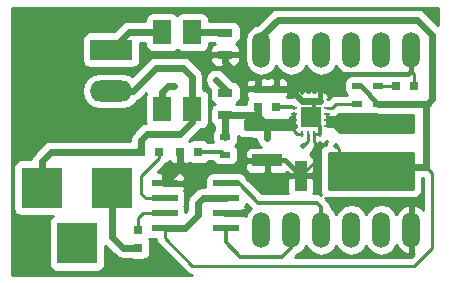
<source format=gbr>
G04 #@! TF.FileFunction,Copper,L1,Top,Signal*
%FSLAX46Y46*%
G04 Gerber Fmt 4.6, Leading zero omitted, Abs format (unit mm)*
G04 Created by KiCad (PCBNEW 4.0.4-stable) date 11/12/16 20:40:28*
%MOMM*%
%LPD*%
G01*
G04 APERTURE LIST*
%ADD10C,0.100000*%
%ADD11R,0.750000X0.800000*%
%ADD12R,0.800000X0.750000*%
%ADD13R,2.500000X1.000000*%
%ADD14R,1.000000X2.500000*%
%ADD15R,1.550000X2.100000*%
%ADD16R,1.300000X0.700000*%
%ADD17R,3.600000X1.800000*%
%ADD18O,3.600000X1.800000*%
%ADD19R,0.900000X0.500000*%
%ADD20R,2.199640X0.599440*%
%ADD21R,4.200000X1.500000*%
%ADD22O,1.506220X3.014980*%
%ADD23O,0.600000X0.250000*%
%ADD24O,0.250000X0.600000*%
%ADD25R,1.700000X1.700000*%
%ADD26R,3.500120X3.500120*%
%ADD27R,0.797560X0.797560*%
%ADD28C,0.508000*%
%ADD29C,0.609600*%
%ADD30C,0.254000*%
%ADD31C,0.406400*%
%ADD32C,0.304800*%
G04 APERTURE END LIST*
D10*
D11*
X123190000Y-117844000D03*
X123190000Y-116344000D03*
D12*
X123456000Y-109728000D03*
X124956000Y-109728000D03*
D11*
X134874000Y-104406000D03*
X134874000Y-105906000D03*
X133350000Y-105906000D03*
X133350000Y-104406000D03*
D13*
X134112000Y-107466000D03*
X134112000Y-110466000D03*
D14*
X139930000Y-111760000D03*
X136930000Y-111760000D03*
D15*
X125222000Y-99620000D03*
X125222000Y-106120000D03*
X127762000Y-99620000D03*
X127762000Y-106120000D03*
D16*
X130556000Y-104714000D03*
X130556000Y-106614000D03*
X130556000Y-101534000D03*
X130556000Y-99634000D03*
D17*
X120904000Y-101092000D03*
D18*
X120904000Y-104592000D03*
D19*
X141732000Y-104152000D03*
X141732000Y-105652000D03*
D20*
X130614420Y-116205000D03*
X130614420Y-114935000D03*
X130614420Y-113665000D03*
X130614420Y-112395000D03*
X125417580Y-112395000D03*
X125417580Y-113665000D03*
X125417580Y-114935000D03*
X125417580Y-116205000D03*
D21*
X143764000Y-107420000D03*
X143764000Y-111020000D03*
D22*
X133604000Y-116332000D03*
X136144000Y-116332000D03*
X138684000Y-116332000D03*
X141224000Y-116332000D03*
X143764000Y-116332000D03*
X146304000Y-116332000D03*
X133604000Y-101092000D03*
X136144000Y-101092000D03*
X138684000Y-101092000D03*
X141224000Y-101092000D03*
X143764000Y-101092000D03*
X146304000Y-101092000D03*
D23*
X139195000Y-107557000D03*
X139195000Y-107057000D03*
X139195000Y-106557000D03*
X139195000Y-106057000D03*
D24*
X138545000Y-105407000D03*
X138045000Y-105407000D03*
X137545000Y-105407000D03*
X137045000Y-105407000D03*
D23*
X136395000Y-106057000D03*
X136395000Y-106557000D03*
X136395000Y-107057000D03*
X136395000Y-107557000D03*
D24*
X137045000Y-108207000D03*
X137545000Y-108207000D03*
X138045000Y-108207000D03*
X138545000Y-108207000D03*
D25*
X137795000Y-106807000D03*
D26*
X121008140Y-112776000D03*
X115008660Y-112776000D03*
X118008400Y-117475000D03*
D27*
X128257300Y-109728000D03*
X126758700Y-109728000D03*
D19*
X130556000Y-108470000D03*
X130556000Y-109970000D03*
D27*
X145046700Y-104140000D03*
X146545300Y-104140000D03*
D19*
X143510000Y-105652000D03*
X143510000Y-104152000D03*
D28*
X132080000Y-114808000D03*
X132207000Y-110617000D03*
X134112000Y-108585000D03*
X137160000Y-109220000D03*
X139954000Y-109220000D03*
X129794000Y-103632000D03*
X126238000Y-104140000D03*
D29*
X121008140Y-112776000D02*
X121008140Y-116944140D01*
X121908000Y-117844000D02*
X123190000Y-117844000D01*
X121008140Y-116944140D02*
X121908000Y-117844000D01*
X120904000Y-101092000D02*
X122428000Y-99568000D01*
X122428000Y-99568000D02*
X125170000Y-99568000D01*
X125170000Y-99568000D02*
X125222000Y-99620000D01*
D30*
X125417580Y-114935000D02*
X123571000Y-114935000D01*
X123190000Y-115316000D02*
X123190000Y-116344000D01*
X123571000Y-114935000D02*
X123190000Y-115316000D01*
D29*
X123456000Y-109728000D02*
X115824000Y-109728000D01*
X115008660Y-110543340D02*
X115008660Y-112776000D01*
X115824000Y-109728000D02*
X115008660Y-110543340D01*
X127762000Y-106120000D02*
X127762000Y-107188000D01*
X123456000Y-108700000D02*
X123456000Y-109728000D01*
X123952000Y-108204000D02*
X123456000Y-108700000D01*
X126746000Y-108204000D02*
X123952000Y-108204000D01*
X127762000Y-107188000D02*
X126746000Y-108204000D01*
X120904000Y-104592000D02*
X122738000Y-104592000D01*
X127762000Y-103378000D02*
X127762000Y-106120000D01*
X127000000Y-102616000D02*
X127762000Y-103378000D01*
X124714000Y-102616000D02*
X127000000Y-102616000D01*
X122738000Y-104592000D02*
X124714000Y-102616000D01*
D30*
X124956000Y-109728000D02*
X124956000Y-110248000D01*
X123825000Y-113665000D02*
X125417580Y-113665000D01*
X123444000Y-113284000D02*
X123825000Y-113665000D01*
X123444000Y-111760000D02*
X123444000Y-113284000D01*
X124956000Y-110248000D02*
X123444000Y-111760000D01*
X146545300Y-104140000D02*
X146545300Y-103111300D01*
X146545300Y-103111300D02*
X146304000Y-102870000D01*
X132207000Y-110617000D02*
X131953000Y-110617000D01*
X131516120Y-111053880D02*
X126758700Y-111053880D01*
X131953000Y-110617000D02*
X131516120Y-111053880D01*
D29*
X130614420Y-114935000D02*
X131953000Y-114935000D01*
X131953000Y-114935000D02*
X132080000Y-114808000D01*
X126758700Y-109728000D02*
X126758700Y-111053880D01*
X126758700Y-111053880D02*
X125417580Y-112395000D01*
X130556000Y-101534000D02*
X130556000Y-102108000D01*
X133350000Y-103632000D02*
X133350000Y-104406000D01*
X133096000Y-103378000D02*
X133350000Y-103632000D01*
X131826000Y-103378000D02*
X133096000Y-103378000D01*
X130556000Y-102108000D02*
X131826000Y-103378000D01*
D31*
X134112000Y-110466000D02*
X135636000Y-110466000D01*
X135636000Y-110466000D02*
X136930000Y-111760000D01*
X138545000Y-105407000D02*
X138545000Y-104152000D01*
X146304000Y-102870000D02*
X146304000Y-101092000D01*
X146050000Y-103124000D02*
X146304000Y-102870000D01*
X139573000Y-103124000D02*
X146050000Y-103124000D01*
X138545000Y-104152000D02*
X139573000Y-103124000D01*
D30*
X138176000Y-108966000D02*
X138176000Y-110514000D01*
X138045000Y-108835000D02*
X138176000Y-108966000D01*
X138045000Y-108207000D02*
X138045000Y-108835000D01*
X138176000Y-110514000D02*
X136930000Y-111760000D01*
X132358000Y-110466000D02*
X134112000Y-110466000D01*
X132207000Y-110617000D02*
X132358000Y-110466000D01*
D29*
X133350000Y-104394000D02*
X133350000Y-104406000D01*
D32*
X138545000Y-108207000D02*
X138545000Y-107557000D01*
X138545000Y-107557000D02*
X137795000Y-106807000D01*
X138045000Y-105407000D02*
X138045000Y-106557000D01*
X138045000Y-106557000D02*
X137795000Y-106807000D01*
D30*
X138045000Y-108207000D02*
X138545000Y-108207000D01*
X138045000Y-105407000D02*
X138545000Y-105407000D01*
X137545000Y-105407000D02*
X138045000Y-105407000D01*
D29*
X137045000Y-105407000D02*
X138545000Y-105407000D01*
X134874000Y-104406000D02*
X136044000Y-104406000D01*
X136044000Y-104406000D02*
X137045000Y-105407000D01*
X133350000Y-104406000D02*
X134874000Y-104406000D01*
D32*
X134874000Y-105906000D02*
X136244000Y-105906000D01*
X136244000Y-105906000D02*
X136395000Y-106057000D01*
D29*
X130556000Y-106614000D02*
X133260000Y-106614000D01*
X133260000Y-106614000D02*
X134112000Y-107466000D01*
X130556000Y-106614000D02*
X130556000Y-108470000D01*
X134112000Y-107466000D02*
X134112000Y-108585000D01*
D32*
X136395000Y-107057000D02*
X136395000Y-107557000D01*
X136395000Y-106557000D02*
X136395000Y-107057000D01*
D29*
X134112000Y-107466000D02*
X136304000Y-107466000D01*
X136304000Y-107466000D02*
X136395000Y-107557000D01*
D30*
X136395000Y-107557000D02*
X136395000Y-107947000D01*
X136655000Y-108207000D02*
X137045000Y-108207000D01*
X136395000Y-107947000D02*
X136655000Y-108207000D01*
D29*
X133350000Y-105906000D02*
X133350000Y-106704000D01*
X133350000Y-106704000D02*
X134112000Y-107466000D01*
X143510000Y-105652000D02*
X147713000Y-105652000D01*
X147713000Y-105652000D02*
X147574000Y-105791000D01*
D30*
X141732000Y-104152000D02*
X142010000Y-104152000D01*
D31*
X142010000Y-104152000D02*
X143510000Y-105652000D01*
D30*
X125417580Y-116205000D02*
X125417580Y-117035580D01*
X148082000Y-111550000D02*
X147552000Y-111020000D01*
X148082000Y-117856000D02*
X148082000Y-111550000D01*
X146558000Y-119380000D02*
X148082000Y-117856000D01*
X127762000Y-119380000D02*
X146558000Y-119380000D01*
X125417580Y-117035580D02*
X127762000Y-119380000D01*
D29*
X125417580Y-116205000D02*
X127127000Y-116205000D01*
X128651000Y-113665000D02*
X130614420Y-113665000D01*
X128270000Y-114046000D02*
X128651000Y-113665000D01*
X128270000Y-115062000D02*
X128270000Y-114046000D01*
X127127000Y-116205000D02*
X128270000Y-115062000D01*
D31*
X139930000Y-111760000D02*
X143024000Y-111760000D01*
X143024000Y-111760000D02*
X143764000Y-111020000D01*
D30*
X140208000Y-111482000D02*
X140208000Y-109982000D01*
X137545000Y-108835000D02*
X137160000Y-109220000D01*
X139954000Y-109220000D02*
X140208000Y-109474000D01*
X140208000Y-109474000D02*
X140208000Y-109982000D01*
X137545000Y-108835000D02*
X137545000Y-108207000D01*
X140208000Y-111482000D02*
X139930000Y-111760000D01*
D29*
X133604000Y-101092000D02*
X133604000Y-99949000D01*
X133604000Y-99949000D02*
X135001000Y-98552000D01*
X148082000Y-105283000D02*
X147574000Y-105791000D01*
X148082000Y-99822000D02*
X148082000Y-105283000D01*
X146812000Y-98552000D02*
X148082000Y-99822000D01*
X135001000Y-98552000D02*
X146812000Y-98552000D01*
D32*
X125417580Y-116205000D02*
X125417580Y-116146580D01*
D29*
X147552000Y-111020000D02*
X146453000Y-111020000D01*
X146453000Y-111020000D02*
X143764000Y-111020000D01*
X147574000Y-110998000D02*
X147552000Y-111020000D01*
X147574000Y-105791000D02*
X147574000Y-110998000D01*
X125222000Y-106120000D02*
X125222000Y-104648000D01*
X129794000Y-103632000D02*
X130556000Y-104394000D01*
X125730000Y-104140000D02*
X126238000Y-104140000D01*
X125222000Y-104648000D02*
X125730000Y-104140000D01*
D30*
X130556000Y-104394000D02*
X130556000Y-104714000D01*
X125222000Y-106120000D02*
X125222000Y-106680000D01*
D29*
X127762000Y-99620000D02*
X130542000Y-99620000D01*
D30*
X130542000Y-99620000D02*
X130556000Y-99634000D01*
X139195000Y-107557000D02*
X143627000Y-107557000D01*
X143627000Y-107557000D02*
X143764000Y-107420000D01*
X139195000Y-107057000D02*
X139195000Y-107557000D01*
X139195000Y-106557000D02*
X139195000Y-107057000D01*
X139195000Y-106057000D02*
X139561000Y-106057000D01*
X139966000Y-105652000D02*
X141732000Y-105652000D01*
X139561000Y-106057000D02*
X139966000Y-105652000D01*
D32*
X130614420Y-112395000D02*
X131699000Y-112395000D01*
X131699000Y-112395000D02*
X133350000Y-114046000D01*
X133350000Y-114046000D02*
X138303000Y-114046000D01*
X138303000Y-114046000D02*
X138684000Y-114427000D01*
X138684000Y-114427000D02*
X138684000Y-116332000D01*
X130614420Y-116205000D02*
X130614420Y-117406420D01*
X136144000Y-117856000D02*
X136144000Y-116332000D01*
X135382000Y-118618000D02*
X136144000Y-117856000D01*
X131826000Y-118618000D02*
X135382000Y-118618000D01*
X130614420Y-117406420D02*
X131826000Y-118618000D01*
X128257300Y-109728000D02*
X130314000Y-109728000D01*
X130314000Y-109728000D02*
X130556000Y-109970000D01*
D30*
X143510000Y-104152000D02*
X145034700Y-104152000D01*
X145034700Y-104152000D02*
X145046700Y-104140000D01*
G36*
X143510000Y-106591800D02*
X146431000Y-106591800D01*
X146431000Y-108077000D01*
X140260606Y-108077000D01*
X139789803Y-107606197D01*
X139747789Y-107578334D01*
X139700000Y-107569000D01*
X139332400Y-107569000D01*
X139332400Y-107557000D01*
X139292440Y-107356107D01*
X139292440Y-106819000D01*
X139561000Y-106819000D01*
X139852605Y-106760996D01*
X140099815Y-106595815D01*
X140142630Y-106553000D01*
X143314939Y-106553000D01*
X143510000Y-106591800D01*
X143510000Y-106591800D01*
G37*
X143510000Y-106591800D02*
X146431000Y-106591800D01*
X146431000Y-108077000D01*
X140260606Y-108077000D01*
X139789803Y-107606197D01*
X139747789Y-107578334D01*
X139700000Y-107569000D01*
X139332400Y-107569000D01*
X139332400Y-107557000D01*
X139292440Y-107356107D01*
X139292440Y-106819000D01*
X139561000Y-106819000D01*
X139852605Y-106760996D01*
X140099815Y-106595815D01*
X140142630Y-106553000D01*
X143314939Y-106553000D01*
X143510000Y-106591800D01*
G36*
X146431000Y-112903000D02*
X139319000Y-112903000D01*
X139319000Y-109855000D01*
X146431000Y-109855000D01*
X146431000Y-112903000D01*
X146431000Y-112903000D01*
G37*
X146431000Y-112903000D02*
X139319000Y-112903000D01*
X139319000Y-109855000D01*
X146431000Y-109855000D01*
X146431000Y-112903000D01*
G36*
X136201682Y-106817000D02*
X136257250Y-106817000D01*
X136271000Y-106819735D01*
X136271000Y-107823000D01*
X132207000Y-107823000D01*
X132207000Y-107061000D01*
X135890000Y-107061000D01*
X135939410Y-107050994D01*
X135981035Y-107022553D01*
X136008315Y-106980159D01*
X136017000Y-106934000D01*
X136017000Y-106780264D01*
X136201682Y-106817000D01*
X136201682Y-106817000D01*
G37*
X136201682Y-106817000D02*
X136257250Y-106817000D01*
X136271000Y-106819735D01*
X136271000Y-107823000D01*
X132207000Y-107823000D01*
X132207000Y-107061000D01*
X135890000Y-107061000D01*
X135939410Y-107050994D01*
X135981035Y-107022553D01*
X136008315Y-106980159D01*
X136017000Y-106934000D01*
X136017000Y-106780264D01*
X136201682Y-106817000D01*
G36*
X148590000Y-99000922D02*
X147476539Y-97887461D01*
X147171646Y-97683738D01*
X146812000Y-97612200D01*
X135001000Y-97612200D01*
X134641354Y-97683738D01*
X134336461Y-97887461D01*
X133244970Y-98978952D01*
X133072793Y-99013200D01*
X132622458Y-99314104D01*
X132321554Y-99764439D01*
X132215890Y-100295646D01*
X132215890Y-101888354D01*
X132321554Y-102419561D01*
X132622458Y-102869896D01*
X133072793Y-103170800D01*
X133604000Y-103276464D01*
X134135207Y-103170800D01*
X134585542Y-102869896D01*
X134874000Y-102438188D01*
X135162458Y-102869896D01*
X135612793Y-103170800D01*
X136144000Y-103276464D01*
X136675207Y-103170800D01*
X137125542Y-102869896D01*
X137414000Y-102438188D01*
X137702458Y-102869896D01*
X138152793Y-103170800D01*
X138684000Y-103276464D01*
X139215207Y-103170800D01*
X139665542Y-102869896D01*
X139954000Y-102438188D01*
X140242458Y-102869896D01*
X140692793Y-103170800D01*
X141195606Y-103270816D01*
X141046683Y-103298838D01*
X140830559Y-103437910D01*
X140685569Y-103650110D01*
X140634560Y-103902000D01*
X140634560Y-104402000D01*
X140678838Y-104637317D01*
X140817910Y-104853441D01*
X140871416Y-104890000D01*
X139966000Y-104890000D01*
X139674395Y-104948004D01*
X139427184Y-105113185D01*
X139260371Y-105279998D01*
X139150246Y-105279998D01*
X139307096Y-105159894D01*
X139221491Y-104873741D01*
X139032896Y-104642130D01*
X138770024Y-104500321D01*
X138725218Y-104493676D01*
X138607500Y-104634007D01*
X138607500Y-104733750D01*
X138532896Y-104642130D01*
X138453290Y-104599186D01*
X138364782Y-104493676D01*
X138319976Y-104500321D01*
X138295000Y-104513795D01*
X138270024Y-104500321D01*
X138225218Y-104493676D01*
X138136710Y-104599186D01*
X138057104Y-104642130D01*
X138045000Y-104656995D01*
X138032896Y-104642130D01*
X137953290Y-104599186D01*
X137864782Y-104493676D01*
X137819976Y-104500321D01*
X137795000Y-104513795D01*
X137770024Y-104500321D01*
X137725218Y-104493676D01*
X137636710Y-104599186D01*
X137557104Y-104642130D01*
X137545000Y-104656995D01*
X137532896Y-104642130D01*
X137453290Y-104599186D01*
X137364782Y-104493676D01*
X137319976Y-104500321D01*
X137295000Y-104513795D01*
X137270024Y-104500321D01*
X137225218Y-104493676D01*
X137136710Y-104599186D01*
X137057104Y-104642130D01*
X136982500Y-104733750D01*
X136982500Y-104634007D01*
X136864782Y-104493676D01*
X136819976Y-104500321D01*
X136557104Y-104642130D01*
X136368509Y-104873741D01*
X136292379Y-105128223D01*
X136244000Y-105118600D01*
X135806836Y-105118600D01*
X135884000Y-104932309D01*
X135884000Y-104691750D01*
X135725250Y-104533000D01*
X135001000Y-104533000D01*
X135001000Y-104553000D01*
X134747000Y-104553000D01*
X134747000Y-104533000D01*
X133477000Y-104533000D01*
X133477000Y-104553000D01*
X133223000Y-104553000D01*
X133223000Y-104533000D01*
X132498750Y-104533000D01*
X132340000Y-104691750D01*
X132340000Y-104932309D01*
X132436673Y-105165698D01*
X132438043Y-105167068D01*
X132378569Y-105254110D01*
X132327560Y-105506000D01*
X132327560Y-105674200D01*
X131467595Y-105674200D01*
X131457890Y-105667569D01*
X131444803Y-105664919D01*
X131657441Y-105528090D01*
X131802431Y-105315890D01*
X131853440Y-105064000D01*
X131853440Y-104364000D01*
X131809162Y-104128683D01*
X131670090Y-103912559D01*
X131621987Y-103879691D01*
X132340000Y-103879691D01*
X132340000Y-104120250D01*
X132498750Y-104279000D01*
X133223000Y-104279000D01*
X133223000Y-103529750D01*
X133477000Y-103529750D01*
X133477000Y-104279000D01*
X134747000Y-104279000D01*
X134747000Y-103529750D01*
X135001000Y-103529750D01*
X135001000Y-104279000D01*
X135725250Y-104279000D01*
X135884000Y-104120250D01*
X135884000Y-103879691D01*
X135787327Y-103646302D01*
X135608699Y-103467673D01*
X135375310Y-103371000D01*
X135159750Y-103371000D01*
X135001000Y-103529750D01*
X134747000Y-103529750D01*
X134588250Y-103371000D01*
X134372690Y-103371000D01*
X134139301Y-103467673D01*
X134112000Y-103494974D01*
X134084699Y-103467673D01*
X133851310Y-103371000D01*
X133635750Y-103371000D01*
X133477000Y-103529750D01*
X133223000Y-103529750D01*
X133064250Y-103371000D01*
X132848690Y-103371000D01*
X132615301Y-103467673D01*
X132436673Y-103646302D01*
X132340000Y-103879691D01*
X131621987Y-103879691D01*
X131457890Y-103767569D01*
X131208054Y-103716976D01*
X130458539Y-102967461D01*
X130153646Y-102763738D01*
X129794000Y-102692200D01*
X129434354Y-102763738D01*
X129129461Y-102967461D01*
X128925738Y-103272354D01*
X128854200Y-103632000D01*
X128925738Y-103991646D01*
X129129461Y-104296539D01*
X129258560Y-104425638D01*
X129258560Y-105064000D01*
X129302838Y-105299317D01*
X129441910Y-105515441D01*
X129654110Y-105660431D01*
X129667197Y-105663081D01*
X129454559Y-105799910D01*
X129309569Y-106012110D01*
X129258560Y-106264000D01*
X129258560Y-106964000D01*
X129302838Y-107199317D01*
X129441910Y-107415441D01*
X129616200Y-107534528D01*
X129616200Y-107812050D01*
X129509569Y-107968110D01*
X129458560Y-108220000D01*
X129458560Y-108720000D01*
X129500069Y-108940600D01*
X129160594Y-108940600D01*
X129120170Y-108877779D01*
X128907970Y-108732789D01*
X128656080Y-108681780D01*
X127858520Y-108681780D01*
X127623203Y-108726058D01*
X127519241Y-108792956D01*
X127517178Y-108790893D01*
X127496677Y-108782401D01*
X128426539Y-107852539D01*
X128449991Y-107817440D01*
X128537000Y-107817440D01*
X128772317Y-107773162D01*
X128988441Y-107634090D01*
X129133431Y-107421890D01*
X129184440Y-107170000D01*
X129184440Y-105070000D01*
X129140162Y-104834683D01*
X129001090Y-104618559D01*
X128788890Y-104473569D01*
X128701800Y-104455933D01*
X128701800Y-103378000D01*
X128630262Y-103018354D01*
X128426539Y-102713461D01*
X127664539Y-101951461D01*
X127467420Y-101819750D01*
X129271000Y-101819750D01*
X129271000Y-102010309D01*
X129367673Y-102243698D01*
X129546301Y-102422327D01*
X129779690Y-102519000D01*
X130270250Y-102519000D01*
X130429000Y-102360250D01*
X130429000Y-101661000D01*
X130683000Y-101661000D01*
X130683000Y-102360250D01*
X130841750Y-102519000D01*
X131332310Y-102519000D01*
X131565699Y-102422327D01*
X131744327Y-102243698D01*
X131841000Y-102010309D01*
X131841000Y-101819750D01*
X131682250Y-101661000D01*
X130683000Y-101661000D01*
X130429000Y-101661000D01*
X129429750Y-101661000D01*
X129271000Y-101819750D01*
X127467420Y-101819750D01*
X127359646Y-101747738D01*
X127000000Y-101676200D01*
X124714000Y-101676200D01*
X124354354Y-101747738D01*
X124049461Y-101951461D01*
X122671685Y-103329237D01*
X122439123Y-103173845D01*
X121851704Y-103057000D01*
X119956296Y-103057000D01*
X119368877Y-103173845D01*
X118870887Y-103506591D01*
X118538141Y-104004581D01*
X118421296Y-104592000D01*
X118538141Y-105179419D01*
X118870887Y-105677409D01*
X119368877Y-106010155D01*
X119956296Y-106127000D01*
X121851704Y-106127000D01*
X122439123Y-106010155D01*
X122937113Y-105677409D01*
X123079839Y-105463804D01*
X123097646Y-105460262D01*
X123402539Y-105256539D01*
X123871281Y-104787797D01*
X123850569Y-104818110D01*
X123799560Y-105070000D01*
X123799560Y-107170000D01*
X123822145Y-107290030D01*
X123592354Y-107335738D01*
X123287461Y-107539461D01*
X122791461Y-108035461D01*
X122587738Y-108340354D01*
X122516200Y-108700000D01*
X122516200Y-108788200D01*
X115824000Y-108788200D01*
X115464354Y-108859738D01*
X115159461Y-109063461D01*
X114344121Y-109878801D01*
X114140398Y-110183694D01*
X114101649Y-110378500D01*
X113258600Y-110378500D01*
X113023283Y-110422778D01*
X112807159Y-110561850D01*
X112662169Y-110774050D01*
X112611160Y-111025940D01*
X112611160Y-114526060D01*
X112655438Y-114761377D01*
X112794510Y-114977501D01*
X113006710Y-115122491D01*
X113258600Y-115173500D01*
X115942645Y-115173500D01*
X115806899Y-115260850D01*
X115661909Y-115473050D01*
X115610900Y-115724940D01*
X115610900Y-119225060D01*
X115655178Y-119460377D01*
X115794250Y-119676501D01*
X116006450Y-119821491D01*
X116258340Y-119872500D01*
X119758460Y-119872500D01*
X119993777Y-119828222D01*
X120209901Y-119689150D01*
X120354891Y-119476950D01*
X120405900Y-119225060D01*
X120405900Y-117670978D01*
X121243461Y-118508539D01*
X121548354Y-118712262D01*
X121908000Y-118783800D01*
X122480228Y-118783800D01*
X122563110Y-118840431D01*
X122815000Y-118891440D01*
X123565000Y-118891440D01*
X123800317Y-118847162D01*
X124016441Y-118708090D01*
X124161431Y-118495890D01*
X124212440Y-118244000D01*
X124212440Y-117444000D01*
X124168162Y-117208683D01*
X124103926Y-117108858D01*
X124317760Y-117152160D01*
X124678769Y-117152160D01*
X124713584Y-117327185D01*
X124872084Y-117564396D01*
X124878765Y-117574395D01*
X127223185Y-119918816D01*
X127470396Y-120083997D01*
X127762000Y-120142000D01*
X112522000Y-120142000D01*
X112522000Y-100192000D01*
X118456560Y-100192000D01*
X118456560Y-101992000D01*
X118500838Y-102227317D01*
X118639910Y-102443441D01*
X118852110Y-102588431D01*
X119104000Y-102639440D01*
X122704000Y-102639440D01*
X122939317Y-102595162D01*
X123155441Y-102456090D01*
X123300431Y-102243890D01*
X123351440Y-101992000D01*
X123351440Y-100507800D01*
X123799560Y-100507800D01*
X123799560Y-100670000D01*
X123843838Y-100905317D01*
X123982910Y-101121441D01*
X124195110Y-101266431D01*
X124447000Y-101317440D01*
X125997000Y-101317440D01*
X126232317Y-101273162D01*
X126448441Y-101134090D01*
X126490984Y-101071826D01*
X126522910Y-101121441D01*
X126735110Y-101266431D01*
X126987000Y-101317440D01*
X128537000Y-101317440D01*
X128772317Y-101273162D01*
X128988441Y-101134090D01*
X129133431Y-100921890D01*
X129184440Y-100670000D01*
X129184440Y-100559800D01*
X129623916Y-100559800D01*
X129654110Y-100580431D01*
X129687490Y-100587191D01*
X129546301Y-100645673D01*
X129367673Y-100824302D01*
X129271000Y-101057691D01*
X129271000Y-101248250D01*
X129429750Y-101407000D01*
X130429000Y-101407000D01*
X130429000Y-101387000D01*
X130683000Y-101387000D01*
X130683000Y-101407000D01*
X131682250Y-101407000D01*
X131841000Y-101248250D01*
X131841000Y-101057691D01*
X131744327Y-100824302D01*
X131565699Y-100645673D01*
X131429713Y-100589346D01*
X131441317Y-100587162D01*
X131657441Y-100448090D01*
X131802431Y-100235890D01*
X131853440Y-99984000D01*
X131853440Y-99284000D01*
X131809162Y-99048683D01*
X131670090Y-98832559D01*
X131457890Y-98687569D01*
X131206000Y-98636560D01*
X129906000Y-98636560D01*
X129674074Y-98680200D01*
X129184440Y-98680200D01*
X129184440Y-98570000D01*
X129140162Y-98334683D01*
X129001090Y-98118559D01*
X128788890Y-97973569D01*
X128537000Y-97922560D01*
X126987000Y-97922560D01*
X126751683Y-97966838D01*
X126535559Y-98105910D01*
X126493016Y-98168174D01*
X126461090Y-98118559D01*
X126248890Y-97973569D01*
X125997000Y-97922560D01*
X124447000Y-97922560D01*
X124211683Y-97966838D01*
X123995559Y-98105910D01*
X123850569Y-98318110D01*
X123799560Y-98570000D01*
X123799560Y-98628200D01*
X122428000Y-98628200D01*
X122068354Y-98699738D01*
X121763461Y-98903461D01*
X121122362Y-99544560D01*
X119104000Y-99544560D01*
X118868683Y-99588838D01*
X118652559Y-99727910D01*
X118507569Y-99940110D01*
X118456560Y-100192000D01*
X112522000Y-100192000D01*
X112522000Y-97536000D01*
X148590000Y-97536000D01*
X148590000Y-99000922D01*
X148590000Y-99000922D01*
G37*
X148590000Y-99000922D02*
X147476539Y-97887461D01*
X147171646Y-97683738D01*
X146812000Y-97612200D01*
X135001000Y-97612200D01*
X134641354Y-97683738D01*
X134336461Y-97887461D01*
X133244970Y-98978952D01*
X133072793Y-99013200D01*
X132622458Y-99314104D01*
X132321554Y-99764439D01*
X132215890Y-100295646D01*
X132215890Y-101888354D01*
X132321554Y-102419561D01*
X132622458Y-102869896D01*
X133072793Y-103170800D01*
X133604000Y-103276464D01*
X134135207Y-103170800D01*
X134585542Y-102869896D01*
X134874000Y-102438188D01*
X135162458Y-102869896D01*
X135612793Y-103170800D01*
X136144000Y-103276464D01*
X136675207Y-103170800D01*
X137125542Y-102869896D01*
X137414000Y-102438188D01*
X137702458Y-102869896D01*
X138152793Y-103170800D01*
X138684000Y-103276464D01*
X139215207Y-103170800D01*
X139665542Y-102869896D01*
X139954000Y-102438188D01*
X140242458Y-102869896D01*
X140692793Y-103170800D01*
X141195606Y-103270816D01*
X141046683Y-103298838D01*
X140830559Y-103437910D01*
X140685569Y-103650110D01*
X140634560Y-103902000D01*
X140634560Y-104402000D01*
X140678838Y-104637317D01*
X140817910Y-104853441D01*
X140871416Y-104890000D01*
X139966000Y-104890000D01*
X139674395Y-104948004D01*
X139427184Y-105113185D01*
X139260371Y-105279998D01*
X139150246Y-105279998D01*
X139307096Y-105159894D01*
X139221491Y-104873741D01*
X139032896Y-104642130D01*
X138770024Y-104500321D01*
X138725218Y-104493676D01*
X138607500Y-104634007D01*
X138607500Y-104733750D01*
X138532896Y-104642130D01*
X138453290Y-104599186D01*
X138364782Y-104493676D01*
X138319976Y-104500321D01*
X138295000Y-104513795D01*
X138270024Y-104500321D01*
X138225218Y-104493676D01*
X138136710Y-104599186D01*
X138057104Y-104642130D01*
X138045000Y-104656995D01*
X138032896Y-104642130D01*
X137953290Y-104599186D01*
X137864782Y-104493676D01*
X137819976Y-104500321D01*
X137795000Y-104513795D01*
X137770024Y-104500321D01*
X137725218Y-104493676D01*
X137636710Y-104599186D01*
X137557104Y-104642130D01*
X137545000Y-104656995D01*
X137532896Y-104642130D01*
X137453290Y-104599186D01*
X137364782Y-104493676D01*
X137319976Y-104500321D01*
X137295000Y-104513795D01*
X137270024Y-104500321D01*
X137225218Y-104493676D01*
X137136710Y-104599186D01*
X137057104Y-104642130D01*
X136982500Y-104733750D01*
X136982500Y-104634007D01*
X136864782Y-104493676D01*
X136819976Y-104500321D01*
X136557104Y-104642130D01*
X136368509Y-104873741D01*
X136292379Y-105128223D01*
X136244000Y-105118600D01*
X135806836Y-105118600D01*
X135884000Y-104932309D01*
X135884000Y-104691750D01*
X135725250Y-104533000D01*
X135001000Y-104533000D01*
X135001000Y-104553000D01*
X134747000Y-104553000D01*
X134747000Y-104533000D01*
X133477000Y-104533000D01*
X133477000Y-104553000D01*
X133223000Y-104553000D01*
X133223000Y-104533000D01*
X132498750Y-104533000D01*
X132340000Y-104691750D01*
X132340000Y-104932309D01*
X132436673Y-105165698D01*
X132438043Y-105167068D01*
X132378569Y-105254110D01*
X132327560Y-105506000D01*
X132327560Y-105674200D01*
X131467595Y-105674200D01*
X131457890Y-105667569D01*
X131444803Y-105664919D01*
X131657441Y-105528090D01*
X131802431Y-105315890D01*
X131853440Y-105064000D01*
X131853440Y-104364000D01*
X131809162Y-104128683D01*
X131670090Y-103912559D01*
X131621987Y-103879691D01*
X132340000Y-103879691D01*
X132340000Y-104120250D01*
X132498750Y-104279000D01*
X133223000Y-104279000D01*
X133223000Y-103529750D01*
X133477000Y-103529750D01*
X133477000Y-104279000D01*
X134747000Y-104279000D01*
X134747000Y-103529750D01*
X135001000Y-103529750D01*
X135001000Y-104279000D01*
X135725250Y-104279000D01*
X135884000Y-104120250D01*
X135884000Y-103879691D01*
X135787327Y-103646302D01*
X135608699Y-103467673D01*
X135375310Y-103371000D01*
X135159750Y-103371000D01*
X135001000Y-103529750D01*
X134747000Y-103529750D01*
X134588250Y-103371000D01*
X134372690Y-103371000D01*
X134139301Y-103467673D01*
X134112000Y-103494974D01*
X134084699Y-103467673D01*
X133851310Y-103371000D01*
X133635750Y-103371000D01*
X133477000Y-103529750D01*
X133223000Y-103529750D01*
X133064250Y-103371000D01*
X132848690Y-103371000D01*
X132615301Y-103467673D01*
X132436673Y-103646302D01*
X132340000Y-103879691D01*
X131621987Y-103879691D01*
X131457890Y-103767569D01*
X131208054Y-103716976D01*
X130458539Y-102967461D01*
X130153646Y-102763738D01*
X129794000Y-102692200D01*
X129434354Y-102763738D01*
X129129461Y-102967461D01*
X128925738Y-103272354D01*
X128854200Y-103632000D01*
X128925738Y-103991646D01*
X129129461Y-104296539D01*
X129258560Y-104425638D01*
X129258560Y-105064000D01*
X129302838Y-105299317D01*
X129441910Y-105515441D01*
X129654110Y-105660431D01*
X129667197Y-105663081D01*
X129454559Y-105799910D01*
X129309569Y-106012110D01*
X129258560Y-106264000D01*
X129258560Y-106964000D01*
X129302838Y-107199317D01*
X129441910Y-107415441D01*
X129616200Y-107534528D01*
X129616200Y-107812050D01*
X129509569Y-107968110D01*
X129458560Y-108220000D01*
X129458560Y-108720000D01*
X129500069Y-108940600D01*
X129160594Y-108940600D01*
X129120170Y-108877779D01*
X128907970Y-108732789D01*
X128656080Y-108681780D01*
X127858520Y-108681780D01*
X127623203Y-108726058D01*
X127519241Y-108792956D01*
X127517178Y-108790893D01*
X127496677Y-108782401D01*
X128426539Y-107852539D01*
X128449991Y-107817440D01*
X128537000Y-107817440D01*
X128772317Y-107773162D01*
X128988441Y-107634090D01*
X129133431Y-107421890D01*
X129184440Y-107170000D01*
X129184440Y-105070000D01*
X129140162Y-104834683D01*
X129001090Y-104618559D01*
X128788890Y-104473569D01*
X128701800Y-104455933D01*
X128701800Y-103378000D01*
X128630262Y-103018354D01*
X128426539Y-102713461D01*
X127664539Y-101951461D01*
X127467420Y-101819750D01*
X129271000Y-101819750D01*
X129271000Y-102010309D01*
X129367673Y-102243698D01*
X129546301Y-102422327D01*
X129779690Y-102519000D01*
X130270250Y-102519000D01*
X130429000Y-102360250D01*
X130429000Y-101661000D01*
X130683000Y-101661000D01*
X130683000Y-102360250D01*
X130841750Y-102519000D01*
X131332310Y-102519000D01*
X131565699Y-102422327D01*
X131744327Y-102243698D01*
X131841000Y-102010309D01*
X131841000Y-101819750D01*
X131682250Y-101661000D01*
X130683000Y-101661000D01*
X130429000Y-101661000D01*
X129429750Y-101661000D01*
X129271000Y-101819750D01*
X127467420Y-101819750D01*
X127359646Y-101747738D01*
X127000000Y-101676200D01*
X124714000Y-101676200D01*
X124354354Y-101747738D01*
X124049461Y-101951461D01*
X122671685Y-103329237D01*
X122439123Y-103173845D01*
X121851704Y-103057000D01*
X119956296Y-103057000D01*
X119368877Y-103173845D01*
X118870887Y-103506591D01*
X118538141Y-104004581D01*
X118421296Y-104592000D01*
X118538141Y-105179419D01*
X118870887Y-105677409D01*
X119368877Y-106010155D01*
X119956296Y-106127000D01*
X121851704Y-106127000D01*
X122439123Y-106010155D01*
X122937113Y-105677409D01*
X123079839Y-105463804D01*
X123097646Y-105460262D01*
X123402539Y-105256539D01*
X123871281Y-104787797D01*
X123850569Y-104818110D01*
X123799560Y-105070000D01*
X123799560Y-107170000D01*
X123822145Y-107290030D01*
X123592354Y-107335738D01*
X123287461Y-107539461D01*
X122791461Y-108035461D01*
X122587738Y-108340354D01*
X122516200Y-108700000D01*
X122516200Y-108788200D01*
X115824000Y-108788200D01*
X115464354Y-108859738D01*
X115159461Y-109063461D01*
X114344121Y-109878801D01*
X114140398Y-110183694D01*
X114101649Y-110378500D01*
X113258600Y-110378500D01*
X113023283Y-110422778D01*
X112807159Y-110561850D01*
X112662169Y-110774050D01*
X112611160Y-111025940D01*
X112611160Y-114526060D01*
X112655438Y-114761377D01*
X112794510Y-114977501D01*
X113006710Y-115122491D01*
X113258600Y-115173500D01*
X115942645Y-115173500D01*
X115806899Y-115260850D01*
X115661909Y-115473050D01*
X115610900Y-115724940D01*
X115610900Y-119225060D01*
X115655178Y-119460377D01*
X115794250Y-119676501D01*
X116006450Y-119821491D01*
X116258340Y-119872500D01*
X119758460Y-119872500D01*
X119993777Y-119828222D01*
X120209901Y-119689150D01*
X120354891Y-119476950D01*
X120405900Y-119225060D01*
X120405900Y-117670978D01*
X121243461Y-118508539D01*
X121548354Y-118712262D01*
X121908000Y-118783800D01*
X122480228Y-118783800D01*
X122563110Y-118840431D01*
X122815000Y-118891440D01*
X123565000Y-118891440D01*
X123800317Y-118847162D01*
X124016441Y-118708090D01*
X124161431Y-118495890D01*
X124212440Y-118244000D01*
X124212440Y-117444000D01*
X124168162Y-117208683D01*
X124103926Y-117108858D01*
X124317760Y-117152160D01*
X124678769Y-117152160D01*
X124713584Y-117327185D01*
X124872084Y-117564396D01*
X124878765Y-117574395D01*
X127223185Y-119918816D01*
X127470396Y-120083997D01*
X127762000Y-120142000D01*
X112522000Y-120142000D01*
X112522000Y-100192000D01*
X118456560Y-100192000D01*
X118456560Y-101992000D01*
X118500838Y-102227317D01*
X118639910Y-102443441D01*
X118852110Y-102588431D01*
X119104000Y-102639440D01*
X122704000Y-102639440D01*
X122939317Y-102595162D01*
X123155441Y-102456090D01*
X123300431Y-102243890D01*
X123351440Y-101992000D01*
X123351440Y-100507800D01*
X123799560Y-100507800D01*
X123799560Y-100670000D01*
X123843838Y-100905317D01*
X123982910Y-101121441D01*
X124195110Y-101266431D01*
X124447000Y-101317440D01*
X125997000Y-101317440D01*
X126232317Y-101273162D01*
X126448441Y-101134090D01*
X126490984Y-101071826D01*
X126522910Y-101121441D01*
X126735110Y-101266431D01*
X126987000Y-101317440D01*
X128537000Y-101317440D01*
X128772317Y-101273162D01*
X128988441Y-101134090D01*
X129133431Y-100921890D01*
X129184440Y-100670000D01*
X129184440Y-100559800D01*
X129623916Y-100559800D01*
X129654110Y-100580431D01*
X129687490Y-100587191D01*
X129546301Y-100645673D01*
X129367673Y-100824302D01*
X129271000Y-101057691D01*
X129271000Y-101248250D01*
X129429750Y-101407000D01*
X130429000Y-101407000D01*
X130429000Y-101387000D01*
X130683000Y-101387000D01*
X130683000Y-101407000D01*
X131682250Y-101407000D01*
X131841000Y-101248250D01*
X131841000Y-101057691D01*
X131744327Y-100824302D01*
X131565699Y-100645673D01*
X131429713Y-100589346D01*
X131441317Y-100587162D01*
X131657441Y-100448090D01*
X131802431Y-100235890D01*
X131853440Y-99984000D01*
X131853440Y-99284000D01*
X131809162Y-99048683D01*
X131670090Y-98832559D01*
X131457890Y-98687569D01*
X131206000Y-98636560D01*
X129906000Y-98636560D01*
X129674074Y-98680200D01*
X129184440Y-98680200D01*
X129184440Y-98570000D01*
X129140162Y-98334683D01*
X129001090Y-98118559D01*
X128788890Y-97973569D01*
X128537000Y-97922560D01*
X126987000Y-97922560D01*
X126751683Y-97966838D01*
X126535559Y-98105910D01*
X126493016Y-98168174D01*
X126461090Y-98118559D01*
X126248890Y-97973569D01*
X125997000Y-97922560D01*
X124447000Y-97922560D01*
X124211683Y-97966838D01*
X123995559Y-98105910D01*
X123850569Y-98318110D01*
X123799560Y-98570000D01*
X123799560Y-98628200D01*
X122428000Y-98628200D01*
X122068354Y-98699738D01*
X121763461Y-98903461D01*
X121122362Y-99544560D01*
X119104000Y-99544560D01*
X118868683Y-99588838D01*
X118652559Y-99727910D01*
X118507569Y-99940110D01*
X118456560Y-100192000D01*
X112522000Y-100192000D01*
X112522000Y-97536000D01*
X148590000Y-97536000D01*
X148590000Y-99000922D01*
G36*
X147320000Y-114659848D02*
X147195740Y-114506276D01*
X146717875Y-114246573D01*
X146645674Y-114232217D01*
X146431000Y-114354838D01*
X146431000Y-116205000D01*
X146451000Y-116205000D01*
X146451000Y-116459000D01*
X146431000Y-116459000D01*
X146431000Y-118309162D01*
X146507507Y-118352863D01*
X146242370Y-118618000D01*
X136495552Y-118618000D01*
X136700776Y-118412776D01*
X136723784Y-118378342D01*
X137125542Y-118109896D01*
X137414000Y-117678188D01*
X137702458Y-118109896D01*
X138152793Y-118410800D01*
X138684000Y-118516464D01*
X139215207Y-118410800D01*
X139665542Y-118109896D01*
X139954000Y-117678188D01*
X140242458Y-118109896D01*
X140692793Y-118410800D01*
X141224000Y-118516464D01*
X141755207Y-118410800D01*
X142205542Y-118109896D01*
X142494000Y-117678188D01*
X142782458Y-118109896D01*
X143232793Y-118410800D01*
X143764000Y-118516464D01*
X144295207Y-118410800D01*
X144745542Y-118109896D01*
X145046446Y-117659561D01*
X145047016Y-117656694D01*
X145070154Y-117734919D01*
X145412260Y-118157724D01*
X145890125Y-118417427D01*
X145962326Y-118431783D01*
X146177000Y-118309162D01*
X146177000Y-116459000D01*
X146157000Y-116459000D01*
X146157000Y-116205000D01*
X146177000Y-116205000D01*
X146177000Y-114354838D01*
X145962326Y-114232217D01*
X145890125Y-114246573D01*
X145412260Y-114506276D01*
X145070154Y-114929081D01*
X145047016Y-115007306D01*
X145046446Y-115004439D01*
X144745542Y-114554104D01*
X144295207Y-114253200D01*
X143764000Y-114147536D01*
X143232793Y-114253200D01*
X142782458Y-114554104D01*
X142494000Y-114985812D01*
X142205542Y-114554104D01*
X141755207Y-114253200D01*
X141224000Y-114147536D01*
X140692793Y-114253200D01*
X140242458Y-114554104D01*
X139954000Y-114985812D01*
X139665542Y-114554104D01*
X139470800Y-114423981D01*
X139411463Y-114125675D01*
X139240776Y-113870224D01*
X138995826Y-113625274D01*
X139192000Y-113665000D01*
X146558000Y-113665000D01*
X146788795Y-113621573D01*
X147000767Y-113485173D01*
X147142971Y-113277051D01*
X147193000Y-113030000D01*
X147193000Y-111959800D01*
X147320000Y-111959800D01*
X147320000Y-114659848D01*
X147320000Y-114659848D01*
G37*
X147320000Y-114659848D02*
X147195740Y-114506276D01*
X146717875Y-114246573D01*
X146645674Y-114232217D01*
X146431000Y-114354838D01*
X146431000Y-116205000D01*
X146451000Y-116205000D01*
X146451000Y-116459000D01*
X146431000Y-116459000D01*
X146431000Y-118309162D01*
X146507507Y-118352863D01*
X146242370Y-118618000D01*
X136495552Y-118618000D01*
X136700776Y-118412776D01*
X136723784Y-118378342D01*
X137125542Y-118109896D01*
X137414000Y-117678188D01*
X137702458Y-118109896D01*
X138152793Y-118410800D01*
X138684000Y-118516464D01*
X139215207Y-118410800D01*
X139665542Y-118109896D01*
X139954000Y-117678188D01*
X140242458Y-118109896D01*
X140692793Y-118410800D01*
X141224000Y-118516464D01*
X141755207Y-118410800D01*
X142205542Y-118109896D01*
X142494000Y-117678188D01*
X142782458Y-118109896D01*
X143232793Y-118410800D01*
X143764000Y-118516464D01*
X144295207Y-118410800D01*
X144745542Y-118109896D01*
X145046446Y-117659561D01*
X145047016Y-117656694D01*
X145070154Y-117734919D01*
X145412260Y-118157724D01*
X145890125Y-118417427D01*
X145962326Y-118431783D01*
X146177000Y-118309162D01*
X146177000Y-116459000D01*
X146157000Y-116459000D01*
X146157000Y-116205000D01*
X146177000Y-116205000D01*
X146177000Y-114354838D01*
X145962326Y-114232217D01*
X145890125Y-114246573D01*
X145412260Y-114506276D01*
X145070154Y-114929081D01*
X145047016Y-115007306D01*
X145046446Y-115004439D01*
X144745542Y-114554104D01*
X144295207Y-114253200D01*
X143764000Y-114147536D01*
X143232793Y-114253200D01*
X142782458Y-114554104D01*
X142494000Y-114985812D01*
X142205542Y-114554104D01*
X141755207Y-114253200D01*
X141224000Y-114147536D01*
X140692793Y-114253200D01*
X140242458Y-114554104D01*
X139954000Y-114985812D01*
X139665542Y-114554104D01*
X139470800Y-114423981D01*
X139411463Y-114125675D01*
X139240776Y-113870224D01*
X138995826Y-113625274D01*
X139192000Y-113665000D01*
X146558000Y-113665000D01*
X146788795Y-113621573D01*
X147000767Y-113485173D01*
X147142971Y-113277051D01*
X147193000Y-113030000D01*
X147193000Y-111959800D01*
X147320000Y-111959800D01*
X147320000Y-114659848D01*
G36*
X132695648Y-114505200D02*
X132622458Y-114554104D01*
X132321554Y-115004439D01*
X132290259Y-115161769D01*
X132190490Y-115062000D01*
X130741420Y-115062000D01*
X130741420Y-115082000D01*
X130487420Y-115082000D01*
X130487420Y-115062000D01*
X130467420Y-115062000D01*
X130467420Y-114808000D01*
X130487420Y-114808000D01*
X130487420Y-114788000D01*
X130741420Y-114788000D01*
X130741420Y-114808000D01*
X132190490Y-114808000D01*
X132349240Y-114649250D01*
X132349240Y-114508971D01*
X132259289Y-114291810D01*
X132310671Y-114216610D01*
X132326903Y-114136455D01*
X132695648Y-114505200D01*
X132695648Y-114505200D01*
G37*
X132695648Y-114505200D02*
X132622458Y-114554104D01*
X132321554Y-115004439D01*
X132290259Y-115161769D01*
X132190490Y-115062000D01*
X130741420Y-115062000D01*
X130741420Y-115082000D01*
X130487420Y-115082000D01*
X130487420Y-115062000D01*
X130467420Y-115062000D01*
X130467420Y-114808000D01*
X130487420Y-114808000D01*
X130487420Y-114788000D01*
X130741420Y-114788000D01*
X130741420Y-114808000D01*
X132190490Y-114808000D01*
X132349240Y-114649250D01*
X132349240Y-114508971D01*
X132259289Y-114291810D01*
X132310671Y-114216610D01*
X132326903Y-114136455D01*
X132695648Y-114505200D01*
G36*
X131832949Y-108534971D02*
X132080000Y-108585000D01*
X132721559Y-108585000D01*
X132862000Y-108613440D01*
X133177857Y-108613440D01*
X133243738Y-108944646D01*
X133447461Y-109249539D01*
X133569376Y-109331000D01*
X132735690Y-109331000D01*
X132502301Y-109427673D01*
X132323673Y-109606302D01*
X132227000Y-109839691D01*
X132227000Y-110180250D01*
X132385750Y-110339000D01*
X133985000Y-110339000D01*
X133985000Y-110319000D01*
X134239000Y-110319000D01*
X134239000Y-110339000D01*
X134259000Y-110339000D01*
X134259000Y-110593000D01*
X134239000Y-110593000D01*
X134239000Y-111442250D01*
X134397750Y-111601000D01*
X135488310Y-111601000D01*
X135721699Y-111504327D01*
X135795000Y-111431026D01*
X135795000Y-111474250D01*
X135953750Y-111633000D01*
X136803000Y-111633000D01*
X136803000Y-111613000D01*
X137057000Y-111613000D01*
X137057000Y-111633000D01*
X137906250Y-111633000D01*
X138065000Y-111474250D01*
X138065000Y-110383690D01*
X137968327Y-110150301D01*
X137789698Y-109971673D01*
X137701814Y-109935270D01*
X137913218Y-109724236D01*
X138040910Y-109416721D01*
X138083815Y-109373816D01*
X138248996Y-109126605D01*
X138251006Y-109116499D01*
X138270024Y-109113679D01*
X138295000Y-109100205D01*
X138319976Y-109113679D01*
X138364782Y-109120324D01*
X138453290Y-109014814D01*
X138532896Y-108971870D01*
X138607500Y-108880250D01*
X138607500Y-108979993D01*
X138725218Y-109120324D01*
X138770024Y-109113679D01*
X139032896Y-108971870D01*
X139158477Y-108817646D01*
X139065154Y-109042391D01*
X139065089Y-109116880D01*
X138961205Y-109136427D01*
X138749233Y-109272827D01*
X138607029Y-109480949D01*
X138557000Y-109728000D01*
X138557000Y-113030000D01*
X138600427Y-113260795D01*
X138662668Y-113357521D01*
X138604325Y-113318537D01*
X138303000Y-113258600D01*
X138014346Y-113258600D01*
X138065000Y-113136310D01*
X138065000Y-112045750D01*
X137906250Y-111887000D01*
X137057000Y-111887000D01*
X137057000Y-111907000D01*
X136803000Y-111907000D01*
X136803000Y-111887000D01*
X135953750Y-111887000D01*
X135795000Y-112045750D01*
X135795000Y-113136310D01*
X135845654Y-113258600D01*
X133676152Y-113258600D01*
X132326647Y-111909095D01*
X132317402Y-111859963D01*
X132178330Y-111643839D01*
X131966130Y-111498849D01*
X131714240Y-111447840D01*
X129514600Y-111447840D01*
X129279283Y-111492118D01*
X129063159Y-111631190D01*
X128918169Y-111843390D01*
X128867160Y-112095280D01*
X128867160Y-112694720D01*
X128872895Y-112725200D01*
X128651000Y-112725200D01*
X128291354Y-112796738D01*
X127986461Y-113000461D01*
X127605461Y-113381461D01*
X127401738Y-113686354D01*
X127330200Y-114046000D01*
X127330200Y-114672722D01*
X127164840Y-114838082D01*
X127164840Y-114635280D01*
X127120562Y-114399963D01*
X127056536Y-114300464D01*
X127113831Y-114216610D01*
X127164840Y-113964720D01*
X127164840Y-113365280D01*
X127120562Y-113129963D01*
X127062080Y-113039080D01*
X127152400Y-112821029D01*
X127152400Y-112680750D01*
X126993650Y-112522000D01*
X125544580Y-112522000D01*
X125544580Y-112542000D01*
X125290580Y-112542000D01*
X125290580Y-112522000D01*
X125270580Y-112522000D01*
X125270580Y-112268000D01*
X125290580Y-112268000D01*
X125290580Y-111619030D01*
X125544580Y-111619030D01*
X125544580Y-112268000D01*
X126993650Y-112268000D01*
X127152400Y-112109250D01*
X127152400Y-111968971D01*
X127055727Y-111735582D01*
X126877099Y-111556953D01*
X126643710Y-111460280D01*
X125703330Y-111460280D01*
X125544580Y-111619030D01*
X125290580Y-111619030D01*
X125131830Y-111460280D01*
X124821350Y-111460280D01*
X125494815Y-110786815D01*
X125511543Y-110761780D01*
X125542578Y-110715333D01*
X125591317Y-110706162D01*
X125807441Y-110567090D01*
X125845907Y-110510793D01*
X126000222Y-110665107D01*
X126233611Y-110761780D01*
X126472950Y-110761780D01*
X126631700Y-110603030D01*
X126631700Y-109855000D01*
X126611700Y-109855000D01*
X126611700Y-109601000D01*
X126631700Y-109601000D01*
X126631700Y-109581000D01*
X126885700Y-109581000D01*
X126885700Y-109601000D01*
X126905700Y-109601000D01*
X126905700Y-109855000D01*
X126885700Y-109855000D01*
X126885700Y-110603030D01*
X127044450Y-110761780D01*
X127283789Y-110761780D01*
X127517178Y-110665107D01*
X127518970Y-110663315D01*
X127606630Y-110723211D01*
X127858520Y-110774220D01*
X128656080Y-110774220D01*
X128891397Y-110729942D01*
X129107521Y-110590870D01*
X129159087Y-110515400D01*
X129541500Y-110515400D01*
X129641910Y-110671441D01*
X129854110Y-110816431D01*
X130106000Y-110867440D01*
X131006000Y-110867440D01*
X131241317Y-110823162D01*
X131352294Y-110751750D01*
X132227000Y-110751750D01*
X132227000Y-111092309D01*
X132323673Y-111325698D01*
X132502301Y-111504327D01*
X132735690Y-111601000D01*
X133826250Y-111601000D01*
X133985000Y-111442250D01*
X133985000Y-110593000D01*
X132385750Y-110593000D01*
X132227000Y-110751750D01*
X131352294Y-110751750D01*
X131457441Y-110684090D01*
X131602431Y-110471890D01*
X131653440Y-110220000D01*
X131653440Y-109720000D01*
X131609162Y-109484683D01*
X131470090Y-109268559D01*
X131400289Y-109220866D01*
X131457441Y-109184090D01*
X131602431Y-108971890D01*
X131653440Y-108720000D01*
X131653440Y-108412317D01*
X131832949Y-108534971D01*
X131832949Y-108534971D01*
G37*
X131832949Y-108534971D02*
X132080000Y-108585000D01*
X132721559Y-108585000D01*
X132862000Y-108613440D01*
X133177857Y-108613440D01*
X133243738Y-108944646D01*
X133447461Y-109249539D01*
X133569376Y-109331000D01*
X132735690Y-109331000D01*
X132502301Y-109427673D01*
X132323673Y-109606302D01*
X132227000Y-109839691D01*
X132227000Y-110180250D01*
X132385750Y-110339000D01*
X133985000Y-110339000D01*
X133985000Y-110319000D01*
X134239000Y-110319000D01*
X134239000Y-110339000D01*
X134259000Y-110339000D01*
X134259000Y-110593000D01*
X134239000Y-110593000D01*
X134239000Y-111442250D01*
X134397750Y-111601000D01*
X135488310Y-111601000D01*
X135721699Y-111504327D01*
X135795000Y-111431026D01*
X135795000Y-111474250D01*
X135953750Y-111633000D01*
X136803000Y-111633000D01*
X136803000Y-111613000D01*
X137057000Y-111613000D01*
X137057000Y-111633000D01*
X137906250Y-111633000D01*
X138065000Y-111474250D01*
X138065000Y-110383690D01*
X137968327Y-110150301D01*
X137789698Y-109971673D01*
X137701814Y-109935270D01*
X137913218Y-109724236D01*
X138040910Y-109416721D01*
X138083815Y-109373816D01*
X138248996Y-109126605D01*
X138251006Y-109116499D01*
X138270024Y-109113679D01*
X138295000Y-109100205D01*
X138319976Y-109113679D01*
X138364782Y-109120324D01*
X138453290Y-109014814D01*
X138532896Y-108971870D01*
X138607500Y-108880250D01*
X138607500Y-108979993D01*
X138725218Y-109120324D01*
X138770024Y-109113679D01*
X139032896Y-108971870D01*
X139158477Y-108817646D01*
X139065154Y-109042391D01*
X139065089Y-109116880D01*
X138961205Y-109136427D01*
X138749233Y-109272827D01*
X138607029Y-109480949D01*
X138557000Y-109728000D01*
X138557000Y-113030000D01*
X138600427Y-113260795D01*
X138662668Y-113357521D01*
X138604325Y-113318537D01*
X138303000Y-113258600D01*
X138014346Y-113258600D01*
X138065000Y-113136310D01*
X138065000Y-112045750D01*
X137906250Y-111887000D01*
X137057000Y-111887000D01*
X137057000Y-111907000D01*
X136803000Y-111907000D01*
X136803000Y-111887000D01*
X135953750Y-111887000D01*
X135795000Y-112045750D01*
X135795000Y-113136310D01*
X135845654Y-113258600D01*
X133676152Y-113258600D01*
X132326647Y-111909095D01*
X132317402Y-111859963D01*
X132178330Y-111643839D01*
X131966130Y-111498849D01*
X131714240Y-111447840D01*
X129514600Y-111447840D01*
X129279283Y-111492118D01*
X129063159Y-111631190D01*
X128918169Y-111843390D01*
X128867160Y-112095280D01*
X128867160Y-112694720D01*
X128872895Y-112725200D01*
X128651000Y-112725200D01*
X128291354Y-112796738D01*
X127986461Y-113000461D01*
X127605461Y-113381461D01*
X127401738Y-113686354D01*
X127330200Y-114046000D01*
X127330200Y-114672722D01*
X127164840Y-114838082D01*
X127164840Y-114635280D01*
X127120562Y-114399963D01*
X127056536Y-114300464D01*
X127113831Y-114216610D01*
X127164840Y-113964720D01*
X127164840Y-113365280D01*
X127120562Y-113129963D01*
X127062080Y-113039080D01*
X127152400Y-112821029D01*
X127152400Y-112680750D01*
X126993650Y-112522000D01*
X125544580Y-112522000D01*
X125544580Y-112542000D01*
X125290580Y-112542000D01*
X125290580Y-112522000D01*
X125270580Y-112522000D01*
X125270580Y-112268000D01*
X125290580Y-112268000D01*
X125290580Y-111619030D01*
X125544580Y-111619030D01*
X125544580Y-112268000D01*
X126993650Y-112268000D01*
X127152400Y-112109250D01*
X127152400Y-111968971D01*
X127055727Y-111735582D01*
X126877099Y-111556953D01*
X126643710Y-111460280D01*
X125703330Y-111460280D01*
X125544580Y-111619030D01*
X125290580Y-111619030D01*
X125131830Y-111460280D01*
X124821350Y-111460280D01*
X125494815Y-110786815D01*
X125511543Y-110761780D01*
X125542578Y-110715333D01*
X125591317Y-110706162D01*
X125807441Y-110567090D01*
X125845907Y-110510793D01*
X126000222Y-110665107D01*
X126233611Y-110761780D01*
X126472950Y-110761780D01*
X126631700Y-110603030D01*
X126631700Y-109855000D01*
X126611700Y-109855000D01*
X126611700Y-109601000D01*
X126631700Y-109601000D01*
X126631700Y-109581000D01*
X126885700Y-109581000D01*
X126885700Y-109601000D01*
X126905700Y-109601000D01*
X126905700Y-109855000D01*
X126885700Y-109855000D01*
X126885700Y-110603030D01*
X127044450Y-110761780D01*
X127283789Y-110761780D01*
X127517178Y-110665107D01*
X127518970Y-110663315D01*
X127606630Y-110723211D01*
X127858520Y-110774220D01*
X128656080Y-110774220D01*
X128891397Y-110729942D01*
X129107521Y-110590870D01*
X129159087Y-110515400D01*
X129541500Y-110515400D01*
X129641910Y-110671441D01*
X129854110Y-110816431D01*
X130106000Y-110867440D01*
X131006000Y-110867440D01*
X131241317Y-110823162D01*
X131352294Y-110751750D01*
X132227000Y-110751750D01*
X132227000Y-111092309D01*
X132323673Y-111325698D01*
X132502301Y-111504327D01*
X132735690Y-111601000D01*
X133826250Y-111601000D01*
X133985000Y-111442250D01*
X133985000Y-110593000D01*
X132385750Y-110593000D01*
X132227000Y-110751750D01*
X131352294Y-110751750D01*
X131457441Y-110684090D01*
X131602431Y-110471890D01*
X131653440Y-110220000D01*
X131653440Y-109720000D01*
X131609162Y-109484683D01*
X131470090Y-109268559D01*
X131400289Y-109220866D01*
X131457441Y-109184090D01*
X131602431Y-108971890D01*
X131653440Y-108720000D01*
X131653440Y-108412317D01*
X131832949Y-108534971D01*
G36*
X137917998Y-106342000D02*
X137922000Y-106342000D01*
X137922000Y-106680000D01*
X137942000Y-106680000D01*
X137942000Y-106934000D01*
X137922000Y-106934000D01*
X137922000Y-106954000D01*
X137668000Y-106954000D01*
X137668000Y-106934000D01*
X137648000Y-106934000D01*
X137648000Y-106680000D01*
X137668000Y-106680000D01*
X137668000Y-106342000D01*
X137672002Y-106342000D01*
X137672002Y-106256886D01*
X137725218Y-106320324D01*
X137770024Y-106313679D01*
X137795000Y-106300205D01*
X137819976Y-106313679D01*
X137864782Y-106320324D01*
X137917998Y-106256886D01*
X137917998Y-106342000D01*
X137917998Y-106342000D01*
G37*
X137917998Y-106342000D02*
X137922000Y-106342000D01*
X137922000Y-106680000D01*
X137942000Y-106680000D01*
X137942000Y-106934000D01*
X137922000Y-106934000D01*
X137922000Y-106954000D01*
X137668000Y-106954000D01*
X137668000Y-106934000D01*
X137648000Y-106934000D01*
X137648000Y-106680000D01*
X137668000Y-106680000D01*
X137668000Y-106342000D01*
X137672002Y-106342000D01*
X137672002Y-106256886D01*
X137725218Y-106320324D01*
X137770024Y-106313679D01*
X137795000Y-106300205D01*
X137819976Y-106313679D01*
X137864782Y-106320324D01*
X137917998Y-106256886D01*
X137917998Y-106342000D01*
G36*
X146672300Y-104013000D02*
X146692300Y-104013000D01*
X146692300Y-104267000D01*
X146672300Y-104267000D01*
X146672300Y-104287000D01*
X146418300Y-104287000D01*
X146418300Y-104267000D01*
X146398300Y-104267000D01*
X146398300Y-104013000D01*
X146418300Y-104013000D01*
X146418300Y-103993000D01*
X146672300Y-103993000D01*
X146672300Y-104013000D01*
X146672300Y-104013000D01*
G37*
X146672300Y-104013000D02*
X146692300Y-104013000D01*
X146692300Y-104267000D01*
X146672300Y-104267000D01*
X146672300Y-104287000D01*
X146418300Y-104287000D01*
X146418300Y-104267000D01*
X146398300Y-104267000D01*
X146398300Y-104013000D01*
X146418300Y-104013000D01*
X146418300Y-103993000D01*
X146672300Y-103993000D01*
X146672300Y-104013000D01*
G36*
X146431000Y-100965000D02*
X146451000Y-100965000D01*
X146451000Y-101219000D01*
X146431000Y-101219000D01*
X146431000Y-101239000D01*
X146177000Y-101239000D01*
X146177000Y-101219000D01*
X146157000Y-101219000D01*
X146157000Y-100965000D01*
X146177000Y-100965000D01*
X146177000Y-100945000D01*
X146431000Y-100945000D01*
X146431000Y-100965000D01*
X146431000Y-100965000D01*
G37*
X146431000Y-100965000D02*
X146451000Y-100965000D01*
X146451000Y-101219000D01*
X146431000Y-101219000D01*
X146431000Y-101239000D01*
X146177000Y-101239000D01*
X146177000Y-101219000D01*
X146157000Y-101219000D01*
X146157000Y-100965000D01*
X146177000Y-100965000D01*
X146177000Y-100945000D01*
X146431000Y-100945000D01*
X146431000Y-100965000D01*
M02*

</source>
